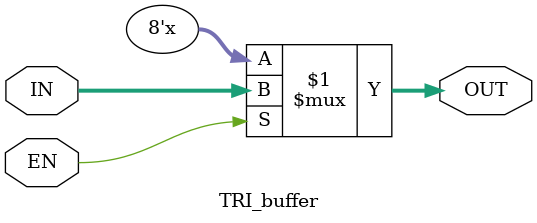
<source format=sv>
`timescale 1ns/1ns

module TRI_buffer(IN, EN, OUT);

	parameter SIZE = 8;

	input [SIZE - 1:0] IN;
	input EN;
	output [SIZE - 1:0] OUT;

	assign OUT = EN? IN : 8'bz;
endmodule
</source>
